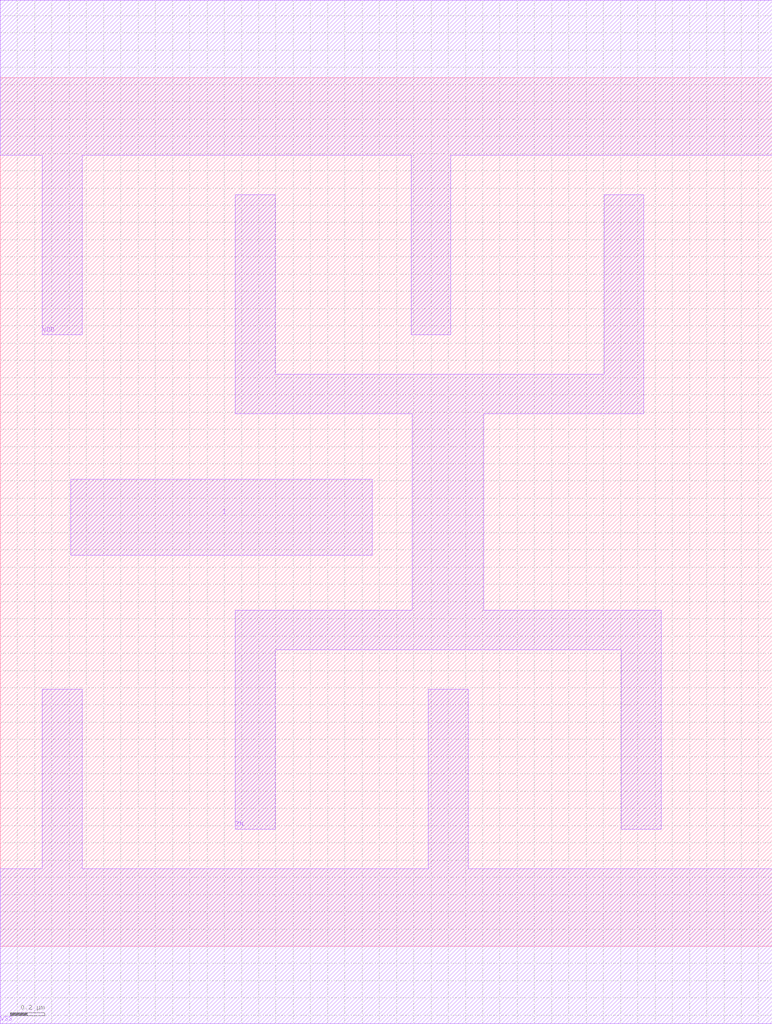
<source format=lef>
# Copyright 2022 GlobalFoundries PDK Authors
#
# Licensed under the Apache License, Version 2.0 (the "License");
# you may not use this file except in compliance with the License.
# You may obtain a copy of the License at
#
#      http://www.apache.org/licenses/LICENSE-2.0
#
# Unless required by applicable law or agreed to in writing, software
# distributed under the License is distributed on an "AS IS" BASIS,
# WITHOUT WARRANTIES OR CONDITIONS OF ANY KIND, either express or implied.
# See the License for the specific language governing permissions and
# limitations under the License.

MACRO gf180mcu_fd_sc_mcu9t5v0__inv_3
  CLASS core ;
  FOREIGN gf180mcu_fd_sc_mcu9t5v0__inv_3 0.0 0.0 ;
  ORIGIN 0 0 ;
  SYMMETRY X Y ;
  SITE GF018hv5v_green_sc9 ;
  SIZE 4.48 BY 5.04 ;
  PIN I
    DIRECTION INPUT ;
    ANTENNAGATEAREA 5.121 ;
    PORT
      LAYER METAL1 ;
        POLYGON 0.41 2.27 2.16 2.27 2.16 2.71 0.41 2.71  ;
    END
  END I
  PIN ZN
    DIRECTION OUTPUT ;
    ANTENNADIFFAREA 3.207 ;
    PORT
      LAYER METAL1 ;
        POLYGON 1.365 3.09 2.39 3.09 2.39 1.95 1.365 1.95 1.365 0.68 1.595 0.68 1.595 1.72 3.605 1.72 3.605 0.68 3.835 0.68 3.835 1.95 2.805 1.95 2.805 3.09 3.735 3.09 3.735 4.36 3.505 4.36 3.505 3.32 1.595 3.32 1.595 4.36 1.365 4.36  ;
    END
  END ZN
  PIN VDD
    DIRECTION INOUT ;
    USE power ;
    SHAPE ABUTMENT ;
    PORT
      LAYER METAL1 ;
        POLYGON 0 4.59 0.245 4.59 0.245 3.55 0.475 3.55 0.475 4.59 2.385 4.59 2.385 3.55 2.615 3.55 2.615 4.59 4.48 4.59 4.48 5.49 0 5.49  ;
    END
  END VDD
  PIN VSS
    DIRECTION INOUT ;
    USE ground ;
    SHAPE ABUTMENT ;
    PORT
      LAYER METAL1 ;
        POLYGON 0 -0.45 4.48 -0.45 4.48 0.45 2.715 0.45 2.715 1.49 2.485 1.49 2.485 0.45 0.475 0.45 0.475 1.49 0.245 1.49 0.245 0.45 0 0.45  ;
    END
  END VSS
END gf180mcu_fd_sc_mcu9t5v0__inv_3

</source>
